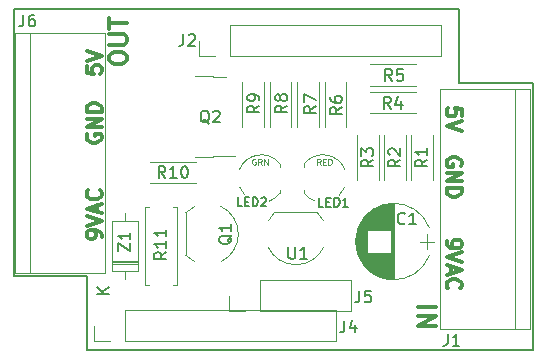
<source format=gto>
G04 #@! TF.GenerationSoftware,KiCad,Pcbnew,7.0.8*
G04 #@! TF.CreationDate,2023-10-20T02:31:35-04:00*
G04 #@! TF.ProjectId,C64Saver2,43363453-6176-4657-9232-2e6b69636164,2.6*
G04 #@! TF.SameCoordinates,Original*
G04 #@! TF.FileFunction,Legend,Top*
G04 #@! TF.FilePolarity,Positive*
%FSLAX46Y46*%
G04 Gerber Fmt 4.6, Leading zero omitted, Abs format (unit mm)*
G04 Created by KiCad (PCBNEW 7.0.8) date 2023-10-20 02:31:35*
%MOMM*%
%LPD*%
G01*
G04 APERTURE LIST*
%ADD10C,0.300000*%
%ADD11C,0.125000*%
%ADD12C,0.150000*%
%ADD13C,0.120000*%
G04 #@! TA.AperFunction,Profile*
%ADD14C,0.150000*%
G04 #@! TD*
G04 APERTURE END LIST*
D10*
X146632673Y-88503094D02*
X146632673Y-89098332D01*
X146632673Y-89098332D02*
X147227911Y-89157856D01*
X147227911Y-89157856D02*
X147168388Y-89098332D01*
X147168388Y-89098332D02*
X147108864Y-88979285D01*
X147108864Y-88979285D02*
X147108864Y-88681666D01*
X147108864Y-88681666D02*
X147168388Y-88562618D01*
X147168388Y-88562618D02*
X147227911Y-88503094D01*
X147227911Y-88503094D02*
X147346959Y-88443571D01*
X147346959Y-88443571D02*
X147644578Y-88443571D01*
X147644578Y-88443571D02*
X147763626Y-88503094D01*
X147763626Y-88503094D02*
X147823150Y-88562618D01*
X147823150Y-88562618D02*
X147882673Y-88681666D01*
X147882673Y-88681666D02*
X147882673Y-88979285D01*
X147882673Y-88979285D02*
X147823150Y-89098332D01*
X147823150Y-89098332D02*
X147763626Y-89157856D01*
X146632673Y-88086428D02*
X147882673Y-87669761D01*
X147882673Y-87669761D02*
X146632673Y-87253095D01*
X146692197Y-94297381D02*
X146632673Y-94416428D01*
X146632673Y-94416428D02*
X146632673Y-94595000D01*
X146632673Y-94595000D02*
X146692197Y-94773571D01*
X146692197Y-94773571D02*
X146811245Y-94892619D01*
X146811245Y-94892619D02*
X146930292Y-94952142D01*
X146930292Y-94952142D02*
X147168388Y-95011666D01*
X147168388Y-95011666D02*
X147346959Y-95011666D01*
X147346959Y-95011666D02*
X147585054Y-94952142D01*
X147585054Y-94952142D02*
X147704102Y-94892619D01*
X147704102Y-94892619D02*
X147823150Y-94773571D01*
X147823150Y-94773571D02*
X147882673Y-94595000D01*
X147882673Y-94595000D02*
X147882673Y-94475952D01*
X147882673Y-94475952D02*
X147823150Y-94297381D01*
X147823150Y-94297381D02*
X147763626Y-94237857D01*
X147763626Y-94237857D02*
X147346959Y-94237857D01*
X147346959Y-94237857D02*
X147346959Y-94475952D01*
X147882673Y-93702142D02*
X146632673Y-93702142D01*
X146632673Y-93702142D02*
X147882673Y-92987857D01*
X147882673Y-92987857D02*
X146632673Y-92987857D01*
X147882673Y-92392618D02*
X146632673Y-92392618D01*
X146632673Y-92392618D02*
X146632673Y-92094999D01*
X146632673Y-92094999D02*
X146692197Y-91916428D01*
X146692197Y-91916428D02*
X146811245Y-91797380D01*
X146811245Y-91797380D02*
X146930292Y-91737857D01*
X146930292Y-91737857D02*
X147168388Y-91678333D01*
X147168388Y-91678333D02*
X147346959Y-91678333D01*
X147346959Y-91678333D02*
X147585054Y-91737857D01*
X147585054Y-91737857D02*
X147704102Y-91797380D01*
X147704102Y-91797380D02*
X147823150Y-91916428D01*
X147823150Y-91916428D02*
X147882673Y-92094999D01*
X147882673Y-92094999D02*
X147882673Y-92392618D01*
X147882673Y-103026524D02*
X147882673Y-102788428D01*
X147882673Y-102788428D02*
X147823150Y-102669381D01*
X147823150Y-102669381D02*
X147763626Y-102609857D01*
X147763626Y-102609857D02*
X147585054Y-102490809D01*
X147585054Y-102490809D02*
X147346959Y-102431286D01*
X147346959Y-102431286D02*
X146870769Y-102431286D01*
X146870769Y-102431286D02*
X146751721Y-102490809D01*
X146751721Y-102490809D02*
X146692197Y-102550333D01*
X146692197Y-102550333D02*
X146632673Y-102669381D01*
X146632673Y-102669381D02*
X146632673Y-102907476D01*
X146632673Y-102907476D02*
X146692197Y-103026524D01*
X146692197Y-103026524D02*
X146751721Y-103086047D01*
X146751721Y-103086047D02*
X146870769Y-103145571D01*
X146870769Y-103145571D02*
X147168388Y-103145571D01*
X147168388Y-103145571D02*
X147287435Y-103086047D01*
X147287435Y-103086047D02*
X147346959Y-103026524D01*
X147346959Y-103026524D02*
X147406483Y-102907476D01*
X147406483Y-102907476D02*
X147406483Y-102669381D01*
X147406483Y-102669381D02*
X147346959Y-102550333D01*
X147346959Y-102550333D02*
X147287435Y-102490809D01*
X147287435Y-102490809D02*
X147168388Y-102431286D01*
X146632673Y-102074143D02*
X147882673Y-101657476D01*
X147882673Y-101657476D02*
X146632673Y-101240810D01*
X147525530Y-100883666D02*
X147525530Y-100288428D01*
X147882673Y-101002714D02*
X146632673Y-100586047D01*
X146632673Y-100586047D02*
X147882673Y-100169381D01*
X147763626Y-99038428D02*
X147823150Y-99097952D01*
X147823150Y-99097952D02*
X147882673Y-99276523D01*
X147882673Y-99276523D02*
X147882673Y-99395571D01*
X147882673Y-99395571D02*
X147823150Y-99574142D01*
X147823150Y-99574142D02*
X147704102Y-99693190D01*
X147704102Y-99693190D02*
X147585054Y-99752713D01*
X147585054Y-99752713D02*
X147346959Y-99812237D01*
X147346959Y-99812237D02*
X147168388Y-99812237D01*
X147168388Y-99812237D02*
X146930292Y-99752713D01*
X146930292Y-99752713D02*
X146811245Y-99693190D01*
X146811245Y-99693190D02*
X146692197Y-99574142D01*
X146692197Y-99574142D02*
X146632673Y-99395571D01*
X146632673Y-99395571D02*
X146632673Y-99276523D01*
X146632673Y-99276523D02*
X146692197Y-99097952D01*
X146692197Y-99097952D02*
X146751721Y-99038428D01*
D11*
X166429571Y-96871809D02*
X166262905Y-96633714D01*
X166143857Y-96871809D02*
X166143857Y-96371809D01*
X166143857Y-96371809D02*
X166334333Y-96371809D01*
X166334333Y-96371809D02*
X166381952Y-96395619D01*
X166381952Y-96395619D02*
X166405762Y-96419428D01*
X166405762Y-96419428D02*
X166429571Y-96467047D01*
X166429571Y-96467047D02*
X166429571Y-96538476D01*
X166429571Y-96538476D02*
X166405762Y-96586095D01*
X166405762Y-96586095D02*
X166381952Y-96609904D01*
X166381952Y-96609904D02*
X166334333Y-96633714D01*
X166334333Y-96633714D02*
X166143857Y-96633714D01*
X166643857Y-96609904D02*
X166810524Y-96609904D01*
X166881952Y-96871809D02*
X166643857Y-96871809D01*
X166643857Y-96871809D02*
X166643857Y-96371809D01*
X166643857Y-96371809D02*
X166881952Y-96371809D01*
X167096238Y-96871809D02*
X167096238Y-96371809D01*
X167096238Y-96371809D02*
X167215286Y-96371809D01*
X167215286Y-96371809D02*
X167286714Y-96395619D01*
X167286714Y-96395619D02*
X167334333Y-96443238D01*
X167334333Y-96443238D02*
X167358143Y-96490857D01*
X167358143Y-96490857D02*
X167381952Y-96586095D01*
X167381952Y-96586095D02*
X167381952Y-96657523D01*
X167381952Y-96657523D02*
X167358143Y-96752761D01*
X167358143Y-96752761D02*
X167334333Y-96800380D01*
X167334333Y-96800380D02*
X167286714Y-96848000D01*
X167286714Y-96848000D02*
X167215286Y-96871809D01*
X167215286Y-96871809D02*
X167096238Y-96871809D01*
D10*
X148530328Y-87986999D02*
X148530328Y-87701285D01*
X148530328Y-87701285D02*
X148601757Y-87558428D01*
X148601757Y-87558428D02*
X148744614Y-87415571D01*
X148744614Y-87415571D02*
X149030328Y-87344142D01*
X149030328Y-87344142D02*
X149530328Y-87344142D01*
X149530328Y-87344142D02*
X149816042Y-87415571D01*
X149816042Y-87415571D02*
X149958900Y-87558428D01*
X149958900Y-87558428D02*
X150030328Y-87701285D01*
X150030328Y-87701285D02*
X150030328Y-87986999D01*
X150030328Y-87986999D02*
X149958900Y-88129857D01*
X149958900Y-88129857D02*
X149816042Y-88272714D01*
X149816042Y-88272714D02*
X149530328Y-88344142D01*
X149530328Y-88344142D02*
X149030328Y-88344142D01*
X149030328Y-88344142D02*
X148744614Y-88272714D01*
X148744614Y-88272714D02*
X148601757Y-88129857D01*
X148601757Y-88129857D02*
X148530328Y-87986999D01*
X148530328Y-86701285D02*
X149744614Y-86701285D01*
X149744614Y-86701285D02*
X149887471Y-86629856D01*
X149887471Y-86629856D02*
X149958900Y-86558428D01*
X149958900Y-86558428D02*
X150030328Y-86415570D01*
X150030328Y-86415570D02*
X150030328Y-86129856D01*
X150030328Y-86129856D02*
X149958900Y-85986999D01*
X149958900Y-85986999D02*
X149887471Y-85915570D01*
X149887471Y-85915570D02*
X149744614Y-85844142D01*
X149744614Y-85844142D02*
X148530328Y-85844142D01*
X148530328Y-85344141D02*
X148530328Y-84486999D01*
X150030328Y-84915570D02*
X148530328Y-84915570D01*
X174708671Y-108942285D02*
X176208671Y-108942285D01*
X174708671Y-109656571D02*
X176208671Y-109656571D01*
X176208671Y-109656571D02*
X174708671Y-110513714D01*
X174708671Y-110513714D02*
X176208671Y-110513714D01*
X178300802Y-96964618D02*
X178360326Y-96845571D01*
X178360326Y-96845571D02*
X178360326Y-96666999D01*
X178360326Y-96666999D02*
X178300802Y-96488428D01*
X178300802Y-96488428D02*
X178181754Y-96369380D01*
X178181754Y-96369380D02*
X178062707Y-96309857D01*
X178062707Y-96309857D02*
X177824611Y-96250333D01*
X177824611Y-96250333D02*
X177646040Y-96250333D01*
X177646040Y-96250333D02*
X177407945Y-96309857D01*
X177407945Y-96309857D02*
X177288897Y-96369380D01*
X177288897Y-96369380D02*
X177169850Y-96488428D01*
X177169850Y-96488428D02*
X177110326Y-96666999D01*
X177110326Y-96666999D02*
X177110326Y-96786047D01*
X177110326Y-96786047D02*
X177169850Y-96964618D01*
X177169850Y-96964618D02*
X177229373Y-97024142D01*
X177229373Y-97024142D02*
X177646040Y-97024142D01*
X177646040Y-97024142D02*
X177646040Y-96786047D01*
X177110326Y-97559857D02*
X178360326Y-97559857D01*
X178360326Y-97559857D02*
X177110326Y-98274142D01*
X177110326Y-98274142D02*
X178360326Y-98274142D01*
X177110326Y-98869381D02*
X178360326Y-98869381D01*
X178360326Y-98869381D02*
X178360326Y-99167000D01*
X178360326Y-99167000D02*
X178300802Y-99345571D01*
X178300802Y-99345571D02*
X178181754Y-99464619D01*
X178181754Y-99464619D02*
X178062707Y-99524142D01*
X178062707Y-99524142D02*
X177824611Y-99583666D01*
X177824611Y-99583666D02*
X177646040Y-99583666D01*
X177646040Y-99583666D02*
X177407945Y-99524142D01*
X177407945Y-99524142D02*
X177288897Y-99464619D01*
X177288897Y-99464619D02*
X177169850Y-99345571D01*
X177169850Y-99345571D02*
X177110326Y-99167000D01*
X177110326Y-99167000D02*
X177110326Y-98869381D01*
D11*
X160909047Y-96395619D02*
X160861428Y-96371809D01*
X160861428Y-96371809D02*
X160789999Y-96371809D01*
X160789999Y-96371809D02*
X160718571Y-96395619D01*
X160718571Y-96395619D02*
X160670952Y-96443238D01*
X160670952Y-96443238D02*
X160647142Y-96490857D01*
X160647142Y-96490857D02*
X160623333Y-96586095D01*
X160623333Y-96586095D02*
X160623333Y-96657523D01*
X160623333Y-96657523D02*
X160647142Y-96752761D01*
X160647142Y-96752761D02*
X160670952Y-96800380D01*
X160670952Y-96800380D02*
X160718571Y-96848000D01*
X160718571Y-96848000D02*
X160789999Y-96871809D01*
X160789999Y-96871809D02*
X160837618Y-96871809D01*
X160837618Y-96871809D02*
X160909047Y-96848000D01*
X160909047Y-96848000D02*
X160932856Y-96824190D01*
X160932856Y-96824190D02*
X160932856Y-96657523D01*
X160932856Y-96657523D02*
X160837618Y-96657523D01*
X161432856Y-96871809D02*
X161266190Y-96633714D01*
X161147142Y-96871809D02*
X161147142Y-96371809D01*
X161147142Y-96371809D02*
X161337618Y-96371809D01*
X161337618Y-96371809D02*
X161385237Y-96395619D01*
X161385237Y-96395619D02*
X161409047Y-96419428D01*
X161409047Y-96419428D02*
X161432856Y-96467047D01*
X161432856Y-96467047D02*
X161432856Y-96538476D01*
X161432856Y-96538476D02*
X161409047Y-96586095D01*
X161409047Y-96586095D02*
X161385237Y-96609904D01*
X161385237Y-96609904D02*
X161337618Y-96633714D01*
X161337618Y-96633714D02*
X161147142Y-96633714D01*
X161647142Y-96871809D02*
X161647142Y-96371809D01*
X161647142Y-96371809D02*
X161932856Y-96871809D01*
X161932856Y-96871809D02*
X161932856Y-96371809D01*
D10*
X177110326Y-103348475D02*
X177110326Y-103586571D01*
X177110326Y-103586571D02*
X177169850Y-103705618D01*
X177169850Y-103705618D02*
X177229373Y-103765142D01*
X177229373Y-103765142D02*
X177407945Y-103884190D01*
X177407945Y-103884190D02*
X177646040Y-103943713D01*
X177646040Y-103943713D02*
X178122230Y-103943713D01*
X178122230Y-103943713D02*
X178241278Y-103884190D01*
X178241278Y-103884190D02*
X178300802Y-103824666D01*
X178300802Y-103824666D02*
X178360326Y-103705618D01*
X178360326Y-103705618D02*
X178360326Y-103467523D01*
X178360326Y-103467523D02*
X178300802Y-103348475D01*
X178300802Y-103348475D02*
X178241278Y-103288952D01*
X178241278Y-103288952D02*
X178122230Y-103229428D01*
X178122230Y-103229428D02*
X177824611Y-103229428D01*
X177824611Y-103229428D02*
X177705564Y-103288952D01*
X177705564Y-103288952D02*
X177646040Y-103348475D01*
X177646040Y-103348475D02*
X177586516Y-103467523D01*
X177586516Y-103467523D02*
X177586516Y-103705618D01*
X177586516Y-103705618D02*
X177646040Y-103824666D01*
X177646040Y-103824666D02*
X177705564Y-103884190D01*
X177705564Y-103884190D02*
X177824611Y-103943713D01*
X178360326Y-104300856D02*
X177110326Y-104717523D01*
X177110326Y-104717523D02*
X178360326Y-105134189D01*
X177467469Y-105491333D02*
X177467469Y-106086571D01*
X177110326Y-105372285D02*
X178360326Y-105788952D01*
X178360326Y-105788952D02*
X177110326Y-106205618D01*
X177229373Y-107336571D02*
X177169850Y-107277047D01*
X177169850Y-107277047D02*
X177110326Y-107098476D01*
X177110326Y-107098476D02*
X177110326Y-106979428D01*
X177110326Y-106979428D02*
X177169850Y-106800857D01*
X177169850Y-106800857D02*
X177288897Y-106681809D01*
X177288897Y-106681809D02*
X177407945Y-106622286D01*
X177407945Y-106622286D02*
X177646040Y-106562762D01*
X177646040Y-106562762D02*
X177824611Y-106562762D01*
X177824611Y-106562762D02*
X178062707Y-106622286D01*
X178062707Y-106622286D02*
X178181754Y-106681809D01*
X178181754Y-106681809D02*
X178300802Y-106800857D01*
X178300802Y-106800857D02*
X178360326Y-106979428D01*
X178360326Y-106979428D02*
X178360326Y-107098476D01*
X178360326Y-107098476D02*
X178300802Y-107277047D01*
X178300802Y-107277047D02*
X178241278Y-107336571D01*
X178360326Y-92725905D02*
X178360326Y-92130667D01*
X178360326Y-92130667D02*
X177765088Y-92071143D01*
X177765088Y-92071143D02*
X177824611Y-92130667D01*
X177824611Y-92130667D02*
X177884135Y-92249714D01*
X177884135Y-92249714D02*
X177884135Y-92547333D01*
X177884135Y-92547333D02*
X177824611Y-92666381D01*
X177824611Y-92666381D02*
X177765088Y-92725905D01*
X177765088Y-92725905D02*
X177646040Y-92785428D01*
X177646040Y-92785428D02*
X177348421Y-92785428D01*
X177348421Y-92785428D02*
X177229373Y-92725905D01*
X177229373Y-92725905D02*
X177169850Y-92666381D01*
X177169850Y-92666381D02*
X177110326Y-92547333D01*
X177110326Y-92547333D02*
X177110326Y-92249714D01*
X177110326Y-92249714D02*
X177169850Y-92130667D01*
X177169850Y-92130667D02*
X177229373Y-92071143D01*
X178360326Y-93142571D02*
X177110326Y-93559238D01*
X177110326Y-93559238D02*
X178360326Y-93975904D01*
D12*
X141271666Y-84163819D02*
X141271666Y-84878104D01*
X141271666Y-84878104D02*
X141224047Y-85020961D01*
X141224047Y-85020961D02*
X141128809Y-85116200D01*
X141128809Y-85116200D02*
X140985952Y-85163819D01*
X140985952Y-85163819D02*
X140890714Y-85163819D01*
X142176428Y-84163819D02*
X141985952Y-84163819D01*
X141985952Y-84163819D02*
X141890714Y-84211438D01*
X141890714Y-84211438D02*
X141843095Y-84259057D01*
X141843095Y-84259057D02*
X141747857Y-84401914D01*
X141747857Y-84401914D02*
X141700238Y-84592390D01*
X141700238Y-84592390D02*
X141700238Y-84973342D01*
X141700238Y-84973342D02*
X141747857Y-85068580D01*
X141747857Y-85068580D02*
X141795476Y-85116200D01*
X141795476Y-85116200D02*
X141890714Y-85163819D01*
X141890714Y-85163819D02*
X142081190Y-85163819D01*
X142081190Y-85163819D02*
X142176428Y-85116200D01*
X142176428Y-85116200D02*
X142224047Y-85068580D01*
X142224047Y-85068580D02*
X142271666Y-84973342D01*
X142271666Y-84973342D02*
X142271666Y-84735247D01*
X142271666Y-84735247D02*
X142224047Y-84640009D01*
X142224047Y-84640009D02*
X142176428Y-84592390D01*
X142176428Y-84592390D02*
X142081190Y-84544771D01*
X142081190Y-84544771D02*
X141890714Y-84544771D01*
X141890714Y-84544771D02*
X141795476Y-84592390D01*
X141795476Y-84592390D02*
X141747857Y-84640009D01*
X141747857Y-84640009D02*
X141700238Y-84735247D01*
X177184726Y-111214819D02*
X177184726Y-111929104D01*
X177184726Y-111929104D02*
X177137107Y-112071961D01*
X177137107Y-112071961D02*
X177041869Y-112167200D01*
X177041869Y-112167200D02*
X176899012Y-112214819D01*
X176899012Y-112214819D02*
X176803774Y-112214819D01*
X178184726Y-112214819D02*
X177613298Y-112214819D01*
X177899012Y-112214819D02*
X177899012Y-111214819D01*
X177899012Y-111214819D02*
X177803774Y-111357676D01*
X177803774Y-111357676D02*
X177708536Y-111452914D01*
X177708536Y-111452914D02*
X177613298Y-111500533D01*
X173569333Y-101832580D02*
X173521714Y-101880200D01*
X173521714Y-101880200D02*
X173378857Y-101927819D01*
X173378857Y-101927819D02*
X173283619Y-101927819D01*
X173283619Y-101927819D02*
X173140762Y-101880200D01*
X173140762Y-101880200D02*
X173045524Y-101784961D01*
X173045524Y-101784961D02*
X172997905Y-101689723D01*
X172997905Y-101689723D02*
X172950286Y-101499247D01*
X172950286Y-101499247D02*
X172950286Y-101356390D01*
X172950286Y-101356390D02*
X172997905Y-101165914D01*
X172997905Y-101165914D02*
X173045524Y-101070676D01*
X173045524Y-101070676D02*
X173140762Y-100975438D01*
X173140762Y-100975438D02*
X173283619Y-100927819D01*
X173283619Y-100927819D02*
X173378857Y-100927819D01*
X173378857Y-100927819D02*
X173521714Y-100975438D01*
X173521714Y-100975438D02*
X173569333Y-101023057D01*
X174521714Y-101927819D02*
X173950286Y-101927819D01*
X174236000Y-101927819D02*
X174236000Y-100927819D01*
X174236000Y-100927819D02*
X174140762Y-101070676D01*
X174140762Y-101070676D02*
X174045524Y-101165914D01*
X174045524Y-101165914D02*
X173950286Y-101213533D01*
X157003761Y-93387057D02*
X156908523Y-93339438D01*
X156908523Y-93339438D02*
X156813285Y-93244200D01*
X156813285Y-93244200D02*
X156670428Y-93101342D01*
X156670428Y-93101342D02*
X156575190Y-93053723D01*
X156575190Y-93053723D02*
X156479952Y-93053723D01*
X156527571Y-93291819D02*
X156432333Y-93244200D01*
X156432333Y-93244200D02*
X156337095Y-93148961D01*
X156337095Y-93148961D02*
X156289476Y-92958485D01*
X156289476Y-92958485D02*
X156289476Y-92625152D01*
X156289476Y-92625152D02*
X156337095Y-92434676D01*
X156337095Y-92434676D02*
X156432333Y-92339438D01*
X156432333Y-92339438D02*
X156527571Y-92291819D01*
X156527571Y-92291819D02*
X156718047Y-92291819D01*
X156718047Y-92291819D02*
X156813285Y-92339438D01*
X156813285Y-92339438D02*
X156908523Y-92434676D01*
X156908523Y-92434676D02*
X156956142Y-92625152D01*
X156956142Y-92625152D02*
X156956142Y-92958485D01*
X156956142Y-92958485D02*
X156908523Y-93148961D01*
X156908523Y-93148961D02*
X156813285Y-93244200D01*
X156813285Y-93244200D02*
X156718047Y-93291819D01*
X156718047Y-93291819D02*
X156527571Y-93291819D01*
X157337095Y-92387057D02*
X157384714Y-92339438D01*
X157384714Y-92339438D02*
X157479952Y-92291819D01*
X157479952Y-92291819D02*
X157718047Y-92291819D01*
X157718047Y-92291819D02*
X157813285Y-92339438D01*
X157813285Y-92339438D02*
X157860904Y-92387057D01*
X157860904Y-92387057D02*
X157908523Y-92482295D01*
X157908523Y-92482295D02*
X157908523Y-92577533D01*
X157908523Y-92577533D02*
X157860904Y-92720390D01*
X157860904Y-92720390D02*
X157289476Y-93291819D01*
X157289476Y-93291819D02*
X157908523Y-93291819D01*
X154816666Y-85814819D02*
X154816666Y-86529104D01*
X154816666Y-86529104D02*
X154769047Y-86671961D01*
X154769047Y-86671961D02*
X154673809Y-86767200D01*
X154673809Y-86767200D02*
X154530952Y-86814819D01*
X154530952Y-86814819D02*
X154435714Y-86814819D01*
X155245238Y-85910057D02*
X155292857Y-85862438D01*
X155292857Y-85862438D02*
X155388095Y-85814819D01*
X155388095Y-85814819D02*
X155626190Y-85814819D01*
X155626190Y-85814819D02*
X155721428Y-85862438D01*
X155721428Y-85862438D02*
X155769047Y-85910057D01*
X155769047Y-85910057D02*
X155816666Y-86005295D01*
X155816666Y-86005295D02*
X155816666Y-86100533D01*
X155816666Y-86100533D02*
X155769047Y-86243390D01*
X155769047Y-86243390D02*
X155197619Y-86814819D01*
X155197619Y-86814819D02*
X155816666Y-86814819D01*
X168449666Y-110071819D02*
X168449666Y-110786104D01*
X168449666Y-110786104D02*
X168402047Y-110928961D01*
X168402047Y-110928961D02*
X168306809Y-111024200D01*
X168306809Y-111024200D02*
X168163952Y-111071819D01*
X168163952Y-111071819D02*
X168068714Y-111071819D01*
X169354428Y-110405152D02*
X169354428Y-111071819D01*
X169116333Y-110024200D02*
X168878238Y-110738485D01*
X168878238Y-110738485D02*
X169497285Y-110738485D01*
X169719666Y-107531819D02*
X169719666Y-108246104D01*
X169719666Y-108246104D02*
X169672047Y-108388961D01*
X169672047Y-108388961D02*
X169576809Y-108484200D01*
X169576809Y-108484200D02*
X169433952Y-108531819D01*
X169433952Y-108531819D02*
X169338714Y-108531819D01*
X170672047Y-107531819D02*
X170195857Y-107531819D01*
X170195857Y-107531819D02*
X170148238Y-108008009D01*
X170148238Y-108008009D02*
X170195857Y-107960390D01*
X170195857Y-107960390D02*
X170291095Y-107912771D01*
X170291095Y-107912771D02*
X170529190Y-107912771D01*
X170529190Y-107912771D02*
X170624428Y-107960390D01*
X170624428Y-107960390D02*
X170672047Y-108008009D01*
X170672047Y-108008009D02*
X170719666Y-108103247D01*
X170719666Y-108103247D02*
X170719666Y-108341342D01*
X170719666Y-108341342D02*
X170672047Y-108436580D01*
X170672047Y-108436580D02*
X170624428Y-108484200D01*
X170624428Y-108484200D02*
X170529190Y-108531819D01*
X170529190Y-108531819D02*
X170291095Y-108531819D01*
X170291095Y-108531819D02*
X170195857Y-108484200D01*
X170195857Y-108484200D02*
X170148238Y-108436580D01*
X170888819Y-96432666D02*
X170412628Y-96765999D01*
X170888819Y-97004094D02*
X169888819Y-97004094D01*
X169888819Y-97004094D02*
X169888819Y-96623142D01*
X169888819Y-96623142D02*
X169936438Y-96527904D01*
X169936438Y-96527904D02*
X169984057Y-96480285D01*
X169984057Y-96480285D02*
X170079295Y-96432666D01*
X170079295Y-96432666D02*
X170222152Y-96432666D01*
X170222152Y-96432666D02*
X170317390Y-96480285D01*
X170317390Y-96480285D02*
X170365009Y-96527904D01*
X170365009Y-96527904D02*
X170412628Y-96623142D01*
X170412628Y-96623142D02*
X170412628Y-97004094D01*
X169888819Y-96099332D02*
X169888819Y-95480285D01*
X169888819Y-95480285D02*
X170269771Y-95813618D01*
X170269771Y-95813618D02*
X170269771Y-95670761D01*
X170269771Y-95670761D02*
X170317390Y-95575523D01*
X170317390Y-95575523D02*
X170365009Y-95527904D01*
X170365009Y-95527904D02*
X170460247Y-95480285D01*
X170460247Y-95480285D02*
X170698342Y-95480285D01*
X170698342Y-95480285D02*
X170793580Y-95527904D01*
X170793580Y-95527904D02*
X170841200Y-95575523D01*
X170841200Y-95575523D02*
X170888819Y-95670761D01*
X170888819Y-95670761D02*
X170888819Y-95956475D01*
X170888819Y-95956475D02*
X170841200Y-96051713D01*
X170841200Y-96051713D02*
X170793580Y-96099332D01*
X175460819Y-96432666D02*
X174984628Y-96765999D01*
X175460819Y-97004094D02*
X174460819Y-97004094D01*
X174460819Y-97004094D02*
X174460819Y-96623142D01*
X174460819Y-96623142D02*
X174508438Y-96527904D01*
X174508438Y-96527904D02*
X174556057Y-96480285D01*
X174556057Y-96480285D02*
X174651295Y-96432666D01*
X174651295Y-96432666D02*
X174794152Y-96432666D01*
X174794152Y-96432666D02*
X174889390Y-96480285D01*
X174889390Y-96480285D02*
X174937009Y-96527904D01*
X174937009Y-96527904D02*
X174984628Y-96623142D01*
X174984628Y-96623142D02*
X174984628Y-97004094D01*
X175460819Y-95480285D02*
X175460819Y-96051713D01*
X175460819Y-95765999D02*
X174460819Y-95765999D01*
X174460819Y-95765999D02*
X174603676Y-95861237D01*
X174603676Y-95861237D02*
X174698914Y-95956475D01*
X174698914Y-95956475D02*
X174746533Y-96051713D01*
X168231012Y-91987666D02*
X167754821Y-92320999D01*
X168231012Y-92559094D02*
X167231012Y-92559094D01*
X167231012Y-92559094D02*
X167231012Y-92178142D01*
X167231012Y-92178142D02*
X167278631Y-92082904D01*
X167278631Y-92082904D02*
X167326250Y-92035285D01*
X167326250Y-92035285D02*
X167421488Y-91987666D01*
X167421488Y-91987666D02*
X167564345Y-91987666D01*
X167564345Y-91987666D02*
X167659583Y-92035285D01*
X167659583Y-92035285D02*
X167707202Y-92082904D01*
X167707202Y-92082904D02*
X167754821Y-92178142D01*
X167754821Y-92178142D02*
X167754821Y-92559094D01*
X167231012Y-91130523D02*
X167231012Y-91320999D01*
X167231012Y-91320999D02*
X167278631Y-91416237D01*
X167278631Y-91416237D02*
X167326250Y-91463856D01*
X167326250Y-91463856D02*
X167469107Y-91559094D01*
X167469107Y-91559094D02*
X167659583Y-91606713D01*
X167659583Y-91606713D02*
X168040535Y-91606713D01*
X168040535Y-91606713D02*
X168135773Y-91559094D01*
X168135773Y-91559094D02*
X168183393Y-91511475D01*
X168183393Y-91511475D02*
X168231012Y-91416237D01*
X168231012Y-91416237D02*
X168231012Y-91225761D01*
X168231012Y-91225761D02*
X168183393Y-91130523D01*
X168183393Y-91130523D02*
X168135773Y-91082904D01*
X168135773Y-91082904D02*
X168040535Y-91035285D01*
X168040535Y-91035285D02*
X167802440Y-91035285D01*
X167802440Y-91035285D02*
X167707202Y-91082904D01*
X167707202Y-91082904D02*
X167659583Y-91130523D01*
X167659583Y-91130523D02*
X167611964Y-91225761D01*
X167611964Y-91225761D02*
X167611964Y-91416237D01*
X167611964Y-91416237D02*
X167659583Y-91511475D01*
X167659583Y-91511475D02*
X167707202Y-91559094D01*
X167707202Y-91559094D02*
X167802440Y-91606713D01*
X163593616Y-91860666D02*
X163117425Y-92193999D01*
X163593616Y-92432094D02*
X162593616Y-92432094D01*
X162593616Y-92432094D02*
X162593616Y-92051142D01*
X162593616Y-92051142D02*
X162641235Y-91955904D01*
X162641235Y-91955904D02*
X162688854Y-91908285D01*
X162688854Y-91908285D02*
X162784092Y-91860666D01*
X162784092Y-91860666D02*
X162926949Y-91860666D01*
X162926949Y-91860666D02*
X163022187Y-91908285D01*
X163022187Y-91908285D02*
X163069806Y-91955904D01*
X163069806Y-91955904D02*
X163117425Y-92051142D01*
X163117425Y-92051142D02*
X163117425Y-92432094D01*
X163022187Y-91289237D02*
X162974568Y-91384475D01*
X162974568Y-91384475D02*
X162926949Y-91432094D01*
X162926949Y-91432094D02*
X162831711Y-91479713D01*
X162831711Y-91479713D02*
X162784092Y-91479713D01*
X162784092Y-91479713D02*
X162688854Y-91432094D01*
X162688854Y-91432094D02*
X162641235Y-91384475D01*
X162641235Y-91384475D02*
X162593616Y-91289237D01*
X162593616Y-91289237D02*
X162593616Y-91098761D01*
X162593616Y-91098761D02*
X162641235Y-91003523D01*
X162641235Y-91003523D02*
X162688854Y-90955904D01*
X162688854Y-90955904D02*
X162784092Y-90908285D01*
X162784092Y-90908285D02*
X162831711Y-90908285D01*
X162831711Y-90908285D02*
X162926949Y-90955904D01*
X162926949Y-90955904D02*
X162974568Y-91003523D01*
X162974568Y-91003523D02*
X163022187Y-91098761D01*
X163022187Y-91098761D02*
X163022187Y-91289237D01*
X163022187Y-91289237D02*
X163069806Y-91384475D01*
X163069806Y-91384475D02*
X163117425Y-91432094D01*
X163117425Y-91432094D02*
X163212663Y-91479713D01*
X163212663Y-91479713D02*
X163403139Y-91479713D01*
X163403139Y-91479713D02*
X163498377Y-91432094D01*
X163498377Y-91432094D02*
X163545997Y-91384475D01*
X163545997Y-91384475D02*
X163593616Y-91289237D01*
X163593616Y-91289237D02*
X163593616Y-91098761D01*
X163593616Y-91098761D02*
X163545997Y-91003523D01*
X163545997Y-91003523D02*
X163498377Y-90955904D01*
X163498377Y-90955904D02*
X163403139Y-90908285D01*
X163403139Y-90908285D02*
X163212663Y-90908285D01*
X163212663Y-90908285D02*
X163117425Y-90955904D01*
X163117425Y-90955904D02*
X163069806Y-91003523D01*
X163069806Y-91003523D02*
X163022187Y-91098761D01*
X172377154Y-92126775D02*
X172043821Y-91650584D01*
X171805726Y-92126775D02*
X171805726Y-91126775D01*
X171805726Y-91126775D02*
X172186678Y-91126775D01*
X172186678Y-91126775D02*
X172281916Y-91174394D01*
X172281916Y-91174394D02*
X172329535Y-91222013D01*
X172329535Y-91222013D02*
X172377154Y-91317251D01*
X172377154Y-91317251D02*
X172377154Y-91460108D01*
X172377154Y-91460108D02*
X172329535Y-91555346D01*
X172329535Y-91555346D02*
X172281916Y-91602965D01*
X172281916Y-91602965D02*
X172186678Y-91650584D01*
X172186678Y-91650584D02*
X171805726Y-91650584D01*
X173234297Y-91460108D02*
X173234297Y-92126775D01*
X172996202Y-91079156D02*
X172758107Y-91793441D01*
X172758107Y-91793441D02*
X173377154Y-91793441D01*
X161236819Y-91860666D02*
X160760628Y-92193999D01*
X161236819Y-92432094D02*
X160236819Y-92432094D01*
X160236819Y-92432094D02*
X160236819Y-92051142D01*
X160236819Y-92051142D02*
X160284438Y-91955904D01*
X160284438Y-91955904D02*
X160332057Y-91908285D01*
X160332057Y-91908285D02*
X160427295Y-91860666D01*
X160427295Y-91860666D02*
X160570152Y-91860666D01*
X160570152Y-91860666D02*
X160665390Y-91908285D01*
X160665390Y-91908285D02*
X160713009Y-91955904D01*
X160713009Y-91955904D02*
X160760628Y-92051142D01*
X160760628Y-92051142D02*
X160760628Y-92432094D01*
X161236819Y-91384475D02*
X161236819Y-91193999D01*
X161236819Y-91193999D02*
X161189200Y-91098761D01*
X161189200Y-91098761D02*
X161141580Y-91051142D01*
X161141580Y-91051142D02*
X160998723Y-90955904D01*
X160998723Y-90955904D02*
X160808247Y-90908285D01*
X160808247Y-90908285D02*
X160427295Y-90908285D01*
X160427295Y-90908285D02*
X160332057Y-90955904D01*
X160332057Y-90955904D02*
X160284438Y-91003523D01*
X160284438Y-91003523D02*
X160236819Y-91098761D01*
X160236819Y-91098761D02*
X160236819Y-91289237D01*
X160236819Y-91289237D02*
X160284438Y-91384475D01*
X160284438Y-91384475D02*
X160332057Y-91432094D01*
X160332057Y-91432094D02*
X160427295Y-91479713D01*
X160427295Y-91479713D02*
X160665390Y-91479713D01*
X160665390Y-91479713D02*
X160760628Y-91432094D01*
X160760628Y-91432094D02*
X160808247Y-91384475D01*
X160808247Y-91384475D02*
X160855866Y-91289237D01*
X160855866Y-91289237D02*
X160855866Y-91098761D01*
X160855866Y-91098761D02*
X160808247Y-91003523D01*
X160808247Y-91003523D02*
X160760628Y-90955904D01*
X160760628Y-90955904D02*
X160665390Y-90908285D01*
X153362819Y-104274857D02*
X152886628Y-104608190D01*
X153362819Y-104846285D02*
X152362819Y-104846285D01*
X152362819Y-104846285D02*
X152362819Y-104465333D01*
X152362819Y-104465333D02*
X152410438Y-104370095D01*
X152410438Y-104370095D02*
X152458057Y-104322476D01*
X152458057Y-104322476D02*
X152553295Y-104274857D01*
X152553295Y-104274857D02*
X152696152Y-104274857D01*
X152696152Y-104274857D02*
X152791390Y-104322476D01*
X152791390Y-104322476D02*
X152839009Y-104370095D01*
X152839009Y-104370095D02*
X152886628Y-104465333D01*
X152886628Y-104465333D02*
X152886628Y-104846285D01*
X153362819Y-103322476D02*
X153362819Y-103893904D01*
X153362819Y-103608190D02*
X152362819Y-103608190D01*
X152362819Y-103608190D02*
X152505676Y-103703428D01*
X152505676Y-103703428D02*
X152600914Y-103798666D01*
X152600914Y-103798666D02*
X152648533Y-103893904D01*
X153362819Y-102370095D02*
X153362819Y-102941523D01*
X153362819Y-102655809D02*
X152362819Y-102655809D01*
X152362819Y-102655809D02*
X152505676Y-102751047D01*
X152505676Y-102751047D02*
X152600914Y-102846285D01*
X152600914Y-102846285D02*
X152648533Y-102941523D01*
X166001213Y-91926866D02*
X165525022Y-92260199D01*
X166001213Y-92498294D02*
X165001213Y-92498294D01*
X165001213Y-92498294D02*
X165001213Y-92117342D01*
X165001213Y-92117342D02*
X165048832Y-92022104D01*
X165048832Y-92022104D02*
X165096451Y-91974485D01*
X165096451Y-91974485D02*
X165191689Y-91926866D01*
X165191689Y-91926866D02*
X165334546Y-91926866D01*
X165334546Y-91926866D02*
X165429784Y-91974485D01*
X165429784Y-91974485D02*
X165477403Y-92022104D01*
X165477403Y-92022104D02*
X165525022Y-92117342D01*
X165525022Y-92117342D02*
X165525022Y-92498294D01*
X165001213Y-91593532D02*
X165001213Y-90926866D01*
X165001213Y-90926866D02*
X166001213Y-91355437D01*
X158919057Y-102838238D02*
X158871438Y-102933476D01*
X158871438Y-102933476D02*
X158776200Y-103028714D01*
X158776200Y-103028714D02*
X158633342Y-103171571D01*
X158633342Y-103171571D02*
X158585723Y-103266809D01*
X158585723Y-103266809D02*
X158585723Y-103362047D01*
X158823819Y-103314428D02*
X158776200Y-103409666D01*
X158776200Y-103409666D02*
X158680961Y-103504904D01*
X158680961Y-103504904D02*
X158490485Y-103552523D01*
X158490485Y-103552523D02*
X158157152Y-103552523D01*
X158157152Y-103552523D02*
X157966676Y-103504904D01*
X157966676Y-103504904D02*
X157871438Y-103409666D01*
X157871438Y-103409666D02*
X157823819Y-103314428D01*
X157823819Y-103314428D02*
X157823819Y-103123952D01*
X157823819Y-103123952D02*
X157871438Y-103028714D01*
X157871438Y-103028714D02*
X157966676Y-102933476D01*
X157966676Y-102933476D02*
X158157152Y-102885857D01*
X158157152Y-102885857D02*
X158490485Y-102885857D01*
X158490485Y-102885857D02*
X158680961Y-102933476D01*
X158680961Y-102933476D02*
X158776200Y-103028714D01*
X158776200Y-103028714D02*
X158823819Y-103123952D01*
X158823819Y-103123952D02*
X158823819Y-103314428D01*
X158823819Y-101933476D02*
X158823819Y-102504904D01*
X158823819Y-102219190D02*
X157823819Y-102219190D01*
X157823819Y-102219190D02*
X157966676Y-102314428D01*
X157966676Y-102314428D02*
X158061914Y-102409666D01*
X158061914Y-102409666D02*
X158109533Y-102504904D01*
X159760610Y-100381191D02*
X159403467Y-100381191D01*
X159403467Y-100381191D02*
X159403467Y-99631191D01*
X160010610Y-99988334D02*
X160260610Y-99988334D01*
X160367753Y-100381191D02*
X160010610Y-100381191D01*
X160010610Y-100381191D02*
X160010610Y-99631191D01*
X160010610Y-99631191D02*
X160367753Y-99631191D01*
X160689181Y-100381191D02*
X160689181Y-99631191D01*
X160689181Y-99631191D02*
X160867752Y-99631191D01*
X160867752Y-99631191D02*
X160974895Y-99666905D01*
X160974895Y-99666905D02*
X161046324Y-99738334D01*
X161046324Y-99738334D02*
X161082038Y-99809762D01*
X161082038Y-99809762D02*
X161117752Y-99952619D01*
X161117752Y-99952619D02*
X161117752Y-100059762D01*
X161117752Y-100059762D02*
X161082038Y-100202619D01*
X161082038Y-100202619D02*
X161046324Y-100274048D01*
X161046324Y-100274048D02*
X160974895Y-100345477D01*
X160974895Y-100345477D02*
X160867752Y-100381191D01*
X160867752Y-100381191D02*
X160689181Y-100381191D01*
X161403467Y-99702619D02*
X161439181Y-99666905D01*
X161439181Y-99666905D02*
X161510610Y-99631191D01*
X161510610Y-99631191D02*
X161689181Y-99631191D01*
X161689181Y-99631191D02*
X161760610Y-99666905D01*
X161760610Y-99666905D02*
X161796324Y-99702619D01*
X161796324Y-99702619D02*
X161832038Y-99774048D01*
X161832038Y-99774048D02*
X161832038Y-99845477D01*
X161832038Y-99845477D02*
X161796324Y-99952619D01*
X161796324Y-99952619D02*
X161367752Y-100381191D01*
X161367752Y-100381191D02*
X161832038Y-100381191D01*
X166673714Y-100415164D02*
X166316571Y-100415164D01*
X166316571Y-100415164D02*
X166316571Y-99665164D01*
X166923714Y-100022307D02*
X167173714Y-100022307D01*
X167280857Y-100415164D02*
X166923714Y-100415164D01*
X166923714Y-100415164D02*
X166923714Y-99665164D01*
X166923714Y-99665164D02*
X167280857Y-99665164D01*
X167602285Y-100415164D02*
X167602285Y-99665164D01*
X167602285Y-99665164D02*
X167780856Y-99665164D01*
X167780856Y-99665164D02*
X167887999Y-99700878D01*
X167887999Y-99700878D02*
X167959428Y-99772307D01*
X167959428Y-99772307D02*
X167995142Y-99843735D01*
X167995142Y-99843735D02*
X168030856Y-99986592D01*
X168030856Y-99986592D02*
X168030856Y-100093735D01*
X168030856Y-100093735D02*
X167995142Y-100236592D01*
X167995142Y-100236592D02*
X167959428Y-100308021D01*
X167959428Y-100308021D02*
X167887999Y-100379450D01*
X167887999Y-100379450D02*
X167780856Y-100415164D01*
X167780856Y-100415164D02*
X167602285Y-100415164D01*
X168745142Y-100415164D02*
X168316571Y-100415164D01*
X168530856Y-100415164D02*
X168530856Y-99665164D01*
X168530856Y-99665164D02*
X168459428Y-99772307D01*
X168459428Y-99772307D02*
X168387999Y-99843735D01*
X168387999Y-99843735D02*
X168316571Y-99879450D01*
X153281142Y-97990819D02*
X152947809Y-97514628D01*
X152709714Y-97990819D02*
X152709714Y-96990819D01*
X152709714Y-96990819D02*
X153090666Y-96990819D01*
X153090666Y-96990819D02*
X153185904Y-97038438D01*
X153185904Y-97038438D02*
X153233523Y-97086057D01*
X153233523Y-97086057D02*
X153281142Y-97181295D01*
X153281142Y-97181295D02*
X153281142Y-97324152D01*
X153281142Y-97324152D02*
X153233523Y-97419390D01*
X153233523Y-97419390D02*
X153185904Y-97467009D01*
X153185904Y-97467009D02*
X153090666Y-97514628D01*
X153090666Y-97514628D02*
X152709714Y-97514628D01*
X154233523Y-97990819D02*
X153662095Y-97990819D01*
X153947809Y-97990819D02*
X153947809Y-96990819D01*
X153947809Y-96990819D02*
X153852571Y-97133676D01*
X153852571Y-97133676D02*
X153757333Y-97228914D01*
X153757333Y-97228914D02*
X153662095Y-97276533D01*
X154852571Y-96990819D02*
X154947809Y-96990819D01*
X154947809Y-96990819D02*
X155043047Y-97038438D01*
X155043047Y-97038438D02*
X155090666Y-97086057D01*
X155090666Y-97086057D02*
X155138285Y-97181295D01*
X155138285Y-97181295D02*
X155185904Y-97371771D01*
X155185904Y-97371771D02*
X155185904Y-97609866D01*
X155185904Y-97609866D02*
X155138285Y-97800342D01*
X155138285Y-97800342D02*
X155090666Y-97895580D01*
X155090666Y-97895580D02*
X155043047Y-97943200D01*
X155043047Y-97943200D02*
X154947809Y-97990819D01*
X154947809Y-97990819D02*
X154852571Y-97990819D01*
X154852571Y-97990819D02*
X154757333Y-97943200D01*
X154757333Y-97943200D02*
X154709714Y-97895580D01*
X154709714Y-97895580D02*
X154662095Y-97800342D01*
X154662095Y-97800342D02*
X154614476Y-97609866D01*
X154614476Y-97609866D02*
X154614476Y-97371771D01*
X154614476Y-97371771D02*
X154662095Y-97181295D01*
X154662095Y-97181295D02*
X154709714Y-97086057D01*
X154709714Y-97086057D02*
X154757333Y-97038438D01*
X154757333Y-97038438D02*
X154852571Y-96990819D01*
X173174819Y-96432666D02*
X172698628Y-96765999D01*
X173174819Y-97004094D02*
X172174819Y-97004094D01*
X172174819Y-97004094D02*
X172174819Y-96623142D01*
X172174819Y-96623142D02*
X172222438Y-96527904D01*
X172222438Y-96527904D02*
X172270057Y-96480285D01*
X172270057Y-96480285D02*
X172365295Y-96432666D01*
X172365295Y-96432666D02*
X172508152Y-96432666D01*
X172508152Y-96432666D02*
X172603390Y-96480285D01*
X172603390Y-96480285D02*
X172651009Y-96527904D01*
X172651009Y-96527904D02*
X172698628Y-96623142D01*
X172698628Y-96623142D02*
X172698628Y-97004094D01*
X172270057Y-96051713D02*
X172222438Y-96004094D01*
X172222438Y-96004094D02*
X172174819Y-95908856D01*
X172174819Y-95908856D02*
X172174819Y-95670761D01*
X172174819Y-95670761D02*
X172222438Y-95575523D01*
X172222438Y-95575523D02*
X172270057Y-95527904D01*
X172270057Y-95527904D02*
X172365295Y-95480285D01*
X172365295Y-95480285D02*
X172460533Y-95480285D01*
X172460533Y-95480285D02*
X172603390Y-95527904D01*
X172603390Y-95527904D02*
X173174819Y-96099332D01*
X173174819Y-96099332D02*
X173174819Y-95480285D01*
X172478754Y-89769800D02*
X172145421Y-89293609D01*
X171907326Y-89769800D02*
X171907326Y-88769800D01*
X171907326Y-88769800D02*
X172288278Y-88769800D01*
X172288278Y-88769800D02*
X172383516Y-88817419D01*
X172383516Y-88817419D02*
X172431135Y-88865038D01*
X172431135Y-88865038D02*
X172478754Y-88960276D01*
X172478754Y-88960276D02*
X172478754Y-89103133D01*
X172478754Y-89103133D02*
X172431135Y-89198371D01*
X172431135Y-89198371D02*
X172383516Y-89245990D01*
X172383516Y-89245990D02*
X172288278Y-89293609D01*
X172288278Y-89293609D02*
X171907326Y-89293609D01*
X173383516Y-88769800D02*
X172907326Y-88769800D01*
X172907326Y-88769800D02*
X172859707Y-89245990D01*
X172859707Y-89245990D02*
X172907326Y-89198371D01*
X172907326Y-89198371D02*
X173002564Y-89150752D01*
X173002564Y-89150752D02*
X173240659Y-89150752D01*
X173240659Y-89150752D02*
X173335897Y-89198371D01*
X173335897Y-89198371D02*
X173383516Y-89245990D01*
X173383516Y-89245990D02*
X173431135Y-89341228D01*
X173431135Y-89341228D02*
X173431135Y-89579323D01*
X173431135Y-89579323D02*
X173383516Y-89674561D01*
X173383516Y-89674561D02*
X173335897Y-89722181D01*
X173335897Y-89722181D02*
X173240659Y-89769800D01*
X173240659Y-89769800D02*
X173002564Y-89769800D01*
X173002564Y-89769800D02*
X172907326Y-89722181D01*
X172907326Y-89722181D02*
X172859707Y-89674561D01*
X149314819Y-104187523D02*
X149314819Y-103520857D01*
X149314819Y-103520857D02*
X150314819Y-104187523D01*
X150314819Y-104187523D02*
X150314819Y-103520857D01*
X150314819Y-102616095D02*
X150314819Y-103187523D01*
X150314819Y-102901809D02*
X149314819Y-102901809D01*
X149314819Y-102901809D02*
X149457676Y-102997047D01*
X149457676Y-102997047D02*
X149552914Y-103092285D01*
X149552914Y-103092285D02*
X149600533Y-103187523D01*
X148514819Y-107822408D02*
X147514819Y-107822408D01*
X148514819Y-107250980D02*
X147943390Y-107679551D01*
X147514819Y-107250980D02*
X148086247Y-107822408D01*
X163703095Y-103848819D02*
X163703095Y-104658342D01*
X163703095Y-104658342D02*
X163750714Y-104753580D01*
X163750714Y-104753580D02*
X163798333Y-104801200D01*
X163798333Y-104801200D02*
X163893571Y-104848819D01*
X163893571Y-104848819D02*
X164084047Y-104848819D01*
X164084047Y-104848819D02*
X164179285Y-104801200D01*
X164179285Y-104801200D02*
X164226904Y-104753580D01*
X164226904Y-104753580D02*
X164274523Y-104658342D01*
X164274523Y-104658342D02*
X164274523Y-103848819D01*
X165274523Y-104848819D02*
X164703095Y-104848819D01*
X164988809Y-104848819D02*
X164988809Y-103848819D01*
X164988809Y-103848819D02*
X164893571Y-103991676D01*
X164893571Y-103991676D02*
X164798333Y-104086914D01*
X164798333Y-104086914D02*
X164703095Y-104134533D01*
D13*
X148209000Y-85725000D02*
X140589000Y-85725000D01*
X148209000Y-85725000D02*
X148209000Y-106045000D01*
X140589000Y-85725000D02*
X140589000Y-106045000D01*
X141859000Y-106045000D02*
X141859000Y-85725000D01*
X140589000Y-106045000D02*
X148209000Y-106045000D01*
X176530000Y-110744000D02*
X184150000Y-110744000D01*
X176530000Y-110744000D02*
X176530000Y-90424000D01*
X184150000Y-110744000D02*
X184150000Y-90424000D01*
X182880000Y-90424000D02*
X182880000Y-110744000D01*
X184150000Y-90424000D02*
X176530000Y-90424000D01*
X176063000Y-103378000D02*
X174863000Y-103378000D01*
X175463000Y-104028000D02*
X175463000Y-102728000D01*
X172613000Y-106578000D02*
X172613000Y-100178000D01*
X172573000Y-106578000D02*
X172573000Y-100178000D01*
X172533000Y-106578000D02*
X172533000Y-100178000D01*
X172493000Y-106576000D02*
X172493000Y-100180000D01*
X172453000Y-106575000D02*
X172453000Y-100181000D01*
X172413000Y-106572000D02*
X172413000Y-100184000D01*
X172373000Y-106570000D02*
X172373000Y-100186000D01*
X172333000Y-106566000D02*
X172333000Y-104358000D01*
X172333000Y-102398000D02*
X172333000Y-100190000D01*
X172293000Y-106563000D02*
X172293000Y-104358000D01*
X172293000Y-102398000D02*
X172293000Y-100193000D01*
X172253000Y-106558000D02*
X172253000Y-104358000D01*
X172253000Y-102398000D02*
X172253000Y-100198000D01*
X172213000Y-106554000D02*
X172213000Y-104358000D01*
X172213000Y-102398000D02*
X172213000Y-100202000D01*
X172173000Y-106548000D02*
X172173000Y-104358000D01*
X172173000Y-102398000D02*
X172173000Y-100208000D01*
X172133000Y-106543000D02*
X172133000Y-104358000D01*
X172133000Y-102398000D02*
X172133000Y-100213000D01*
X172093000Y-106536000D02*
X172093000Y-104358000D01*
X172093000Y-102398000D02*
X172093000Y-100220000D01*
X172053000Y-106530000D02*
X172053000Y-104358000D01*
X172053000Y-102398000D02*
X172053000Y-100226000D01*
X172013000Y-106522000D02*
X172013000Y-104358000D01*
X172013000Y-102398000D02*
X172013000Y-100234000D01*
X171973000Y-106515000D02*
X171973000Y-104358000D01*
X171973000Y-102398000D02*
X171973000Y-100241000D01*
X171933000Y-106506000D02*
X171933000Y-104358000D01*
X171933000Y-102398000D02*
X171933000Y-100250000D01*
X171892000Y-106497000D02*
X171892000Y-104358000D01*
X171892000Y-102398000D02*
X171892000Y-100259000D01*
X171852000Y-106488000D02*
X171852000Y-104358000D01*
X171852000Y-102398000D02*
X171852000Y-100268000D01*
X171812000Y-106478000D02*
X171812000Y-104358000D01*
X171812000Y-102398000D02*
X171812000Y-100278000D01*
X171772000Y-106468000D02*
X171772000Y-104358000D01*
X171772000Y-102398000D02*
X171772000Y-100288000D01*
X171732000Y-106457000D02*
X171732000Y-104358000D01*
X171732000Y-102398000D02*
X171732000Y-100299000D01*
X171692000Y-106445000D02*
X171692000Y-104358000D01*
X171692000Y-102398000D02*
X171692000Y-100311000D01*
X171652000Y-106433000D02*
X171652000Y-104358000D01*
X171652000Y-102398000D02*
X171652000Y-100323000D01*
X171612000Y-106420000D02*
X171612000Y-104358000D01*
X171612000Y-102398000D02*
X171612000Y-100336000D01*
X171572000Y-106407000D02*
X171572000Y-104358000D01*
X171572000Y-102398000D02*
X171572000Y-100349000D01*
X171532000Y-106393000D02*
X171532000Y-104358000D01*
X171532000Y-102398000D02*
X171532000Y-100363000D01*
X171492000Y-106379000D02*
X171492000Y-104358000D01*
X171492000Y-102398000D02*
X171492000Y-100377000D01*
X171452000Y-106364000D02*
X171452000Y-104358000D01*
X171452000Y-102398000D02*
X171452000Y-100392000D01*
X171412000Y-106348000D02*
X171412000Y-104358000D01*
X171412000Y-102398000D02*
X171412000Y-100408000D01*
X171372000Y-106332000D02*
X171372000Y-104358000D01*
X171372000Y-102398000D02*
X171372000Y-100424000D01*
X171332000Y-106315000D02*
X171332000Y-104358000D01*
X171332000Y-102398000D02*
X171332000Y-100441000D01*
X171292000Y-106297000D02*
X171292000Y-104358000D01*
X171292000Y-102398000D02*
X171292000Y-100459000D01*
X171252000Y-106279000D02*
X171252000Y-104358000D01*
X171252000Y-102398000D02*
X171252000Y-100477000D01*
X171212000Y-106260000D02*
X171212000Y-104358000D01*
X171212000Y-102398000D02*
X171212000Y-100496000D01*
X171172000Y-106241000D02*
X171172000Y-104358000D01*
X171172000Y-102398000D02*
X171172000Y-100515000D01*
X171132000Y-106221000D02*
X171132000Y-104358000D01*
X171132000Y-102398000D02*
X171132000Y-100535000D01*
X171092000Y-106200000D02*
X171092000Y-104358000D01*
X171092000Y-102398000D02*
X171092000Y-100556000D01*
X171052000Y-106178000D02*
X171052000Y-104358000D01*
X171052000Y-102398000D02*
X171052000Y-100578000D01*
X171012000Y-106156000D02*
X171012000Y-104358000D01*
X171012000Y-102398000D02*
X171012000Y-100600000D01*
X170972000Y-106133000D02*
X170972000Y-104358000D01*
X170972000Y-102398000D02*
X170972000Y-100623000D01*
X170932000Y-106109000D02*
X170932000Y-104358000D01*
X170932000Y-102398000D02*
X170932000Y-100647000D01*
X170892000Y-106084000D02*
X170892000Y-104358000D01*
X170892000Y-102398000D02*
X170892000Y-100672000D01*
X170852000Y-106059000D02*
X170852000Y-104358000D01*
X170852000Y-102398000D02*
X170852000Y-100697000D01*
X170812000Y-106032000D02*
X170812000Y-104358000D01*
X170812000Y-102398000D02*
X170812000Y-100724000D01*
X170772000Y-106005000D02*
X170772000Y-104358000D01*
X170772000Y-102398000D02*
X170772000Y-100751000D01*
X170732000Y-105977000D02*
X170732000Y-104358000D01*
X170732000Y-102398000D02*
X170732000Y-100779000D01*
X170692000Y-105948000D02*
X170692000Y-104358000D01*
X170692000Y-102398000D02*
X170692000Y-100808000D01*
X170652000Y-105918000D02*
X170652000Y-104358000D01*
X170652000Y-102398000D02*
X170652000Y-100838000D01*
X170612000Y-105888000D02*
X170612000Y-104358000D01*
X170612000Y-102398000D02*
X170612000Y-100868000D01*
X170572000Y-105856000D02*
X170572000Y-104358000D01*
X170572000Y-102398000D02*
X170572000Y-100900000D01*
X170532000Y-105823000D02*
X170532000Y-104358000D01*
X170532000Y-102398000D02*
X170532000Y-100933000D01*
X170492000Y-105789000D02*
X170492000Y-104358000D01*
X170492000Y-102398000D02*
X170492000Y-100967000D01*
X170452000Y-105753000D02*
X170452000Y-104358000D01*
X170452000Y-102398000D02*
X170452000Y-101003000D01*
X170412000Y-105717000D02*
X170412000Y-104358000D01*
X170412000Y-102398000D02*
X170412000Y-101039000D01*
X170372000Y-105679000D02*
X170372000Y-101077000D01*
X170332000Y-105640000D02*
X170332000Y-101116000D01*
X170292000Y-105600000D02*
X170292000Y-101156000D01*
X170252000Y-105558000D02*
X170252000Y-101198000D01*
X170212000Y-105515000D02*
X170212000Y-101241000D01*
X170172000Y-105470000D02*
X170172000Y-101286000D01*
X170132000Y-105423000D02*
X170132000Y-101333000D01*
X170092000Y-105375000D02*
X170092000Y-101381000D01*
X170052000Y-105324000D02*
X170052000Y-101432000D01*
X170012000Y-105272000D02*
X170012000Y-101484000D01*
X169972000Y-105217000D02*
X169972000Y-101539000D01*
X169932000Y-105159000D02*
X169932000Y-101597000D01*
X169892000Y-105099000D02*
X169892000Y-101657000D01*
X169852000Y-105036000D02*
X169852000Y-101720000D01*
X169812000Y-104969000D02*
X169812000Y-101787000D01*
X169772000Y-104898000D02*
X169772000Y-101858000D01*
X169732000Y-104823000D02*
X169732000Y-101933000D01*
X169692000Y-104742000D02*
X169692000Y-102014000D01*
X169652000Y-104656000D02*
X169652000Y-102100000D01*
X169612000Y-104562000D02*
X169612000Y-102194000D01*
X169572000Y-104459000D02*
X169572000Y-102297000D01*
X169532000Y-104344000D02*
X169532000Y-102412000D01*
X169492000Y-104212000D02*
X169492000Y-102544000D01*
X169452000Y-104054000D02*
X169452000Y-102702000D01*
X169412000Y-103846000D02*
X169412000Y-102910000D01*
X169595180Y-104557135D02*
G75*
G03*
X175630481Y-104558000I3017820J1179135D01*
G01*
X169595180Y-102198865D02*
G75*
G03*
X169595519Y-104558000I3017820J-1179135D01*
G01*
X175630481Y-102198000D02*
G75*
G03*
X169595180Y-102198865I-3017481J-1180000D01*
G01*
X157297600Y-96261600D02*
X157297600Y-96161600D01*
X157297600Y-96161600D02*
X159197600Y-96161600D01*
X157297600Y-89461600D02*
X158397600Y-89461600D01*
X157297600Y-89361600D02*
X157297600Y-89461600D01*
X155797600Y-96261600D02*
X157297600Y-96261600D01*
X155797600Y-89361600D02*
X157297600Y-89361600D01*
X156150000Y-87690000D02*
X156150000Y-86360000D01*
X157480000Y-87690000D02*
X156150000Y-87690000D01*
X158750000Y-87690000D02*
X176590000Y-87690000D01*
X158750000Y-87690000D02*
X158750000Y-85030000D01*
X176590000Y-87690000D02*
X176590000Y-85030000D01*
X158750000Y-85030000D02*
X176590000Y-85030000D01*
X147260000Y-111820000D02*
X147260000Y-110490000D01*
X148590000Y-111820000D02*
X147260000Y-111820000D01*
X149860000Y-111820000D02*
X167700000Y-111820000D01*
X149860000Y-111820000D02*
X149860000Y-109160000D01*
X167700000Y-111820000D02*
X167700000Y-109160000D01*
X149860000Y-109160000D02*
X167700000Y-109160000D01*
X158690000Y-109280000D02*
X158690000Y-107950000D01*
X160020000Y-109280000D02*
X158690000Y-109280000D01*
X161290000Y-109280000D02*
X168970000Y-109280000D01*
X161290000Y-109280000D02*
X161290000Y-106620000D01*
X168970000Y-109280000D02*
X168970000Y-106620000D01*
X161290000Y-106620000D02*
X168970000Y-106620000D01*
X171354000Y-94346000D02*
X171354000Y-98186000D01*
X169514000Y-94346000D02*
X169514000Y-98186000D01*
X174086000Y-98186000D02*
X174086000Y-94346000D01*
X175926000Y-98186000D02*
X175926000Y-94346000D01*
X168619993Y-89865600D02*
X168619993Y-93705600D01*
X166779993Y-89865600D02*
X166779993Y-93705600D01*
X163957197Y-89865600D02*
X163957197Y-93705600D01*
X162117197Y-89865600D02*
X162117197Y-93705600D01*
X174489221Y-92515756D02*
X170649221Y-92515756D01*
X174489221Y-90675756D02*
X170649221Y-90675756D01*
X161625800Y-89865600D02*
X161625800Y-93705600D01*
X159785800Y-89865600D02*
X159785800Y-93705600D01*
X151538000Y-107029000D02*
X151538000Y-100489000D01*
X151868000Y-107029000D02*
X151538000Y-107029000D01*
X153948000Y-107029000D02*
X154278000Y-107029000D01*
X154278000Y-107029000D02*
X154278000Y-100489000D01*
X151538000Y-100489000D02*
X151868000Y-100489000D01*
X154278000Y-100489000D02*
X153948000Y-100489000D01*
X164448594Y-93705600D02*
X164448594Y-89865600D01*
X166288594Y-93705600D02*
X166288594Y-89865600D01*
X155016000Y-100943000D02*
X155016000Y-104543000D01*
X159465999Y-102743000D02*
G75*
G03*
X157964807Y-100386601I-2599999J0D01*
G01*
X155743205Y-100418817D02*
G75*
G03*
X155016001Y-100943001I1122795J-2324183D01*
G01*
X157964807Y-105099400D02*
G75*
G03*
X159466000Y-102743000I-1098807J2356400D01*
G01*
X155016001Y-104542999D02*
G75*
G03*
X155743205Y-105067183I1849999J1799999D01*
G01*
X162994586Y-99293443D02*
X162993658Y-98998201D01*
X162993751Y-97083524D02*
X162993982Y-96795037D01*
X162089918Y-99953470D02*
G75*
G03*
X162956066Y-99325633I-684968J1856340D01*
G01*
X159589772Y-98782127D02*
G75*
G03*
X159965772Y-99377242I1827228J738127D01*
G01*
X162993981Y-96795038D02*
G75*
G03*
X159551063Y-97292299I-1576981J-1248962D01*
G01*
X165046414Y-96794557D02*
X165047342Y-97089799D01*
X165047249Y-99004476D02*
X165047018Y-99292963D01*
X168489938Y-97290237D02*
G75*
G03*
X165046415Y-96794557I-1865938J-753763D01*
G01*
X165039818Y-99298667D02*
G75*
G03*
X165962379Y-99953471I1584182J1254667D01*
G01*
X167973542Y-99501529D02*
G75*
G03*
X168459947Y-98792226I-1356792J1451849D01*
G01*
X152004000Y-96616000D02*
X155844000Y-96616000D01*
X152004000Y-98456000D02*
X155844000Y-98456000D01*
X173640000Y-94346000D02*
X173640000Y-98186000D01*
X171800000Y-94346000D02*
X171800000Y-98186000D01*
X174489221Y-90184181D02*
X170649221Y-90184181D01*
X174489221Y-88344181D02*
X170649221Y-88344181D01*
X149860000Y-106520504D02*
X149860000Y-105870504D01*
X148740000Y-105870504D02*
X150980000Y-105870504D01*
X150980000Y-105870504D02*
X150980000Y-101630504D01*
X148740000Y-105270504D02*
X150980000Y-105270504D01*
X148740000Y-105150504D02*
X150980000Y-105150504D01*
X148740000Y-105030504D02*
X150980000Y-105030504D01*
X148740000Y-101630504D02*
X148740000Y-105870504D01*
X150980000Y-101630504D02*
X148740000Y-101630504D01*
X149860000Y-100980504D02*
X149860000Y-101630504D01*
X166138000Y-100893000D02*
X162538000Y-100893000D01*
X164338000Y-105342999D02*
G75*
G03*
X166694399Y-103841807I0J2599999D01*
G01*
X166662183Y-101620205D02*
G75*
G03*
X166137999Y-100893001I-2324183J-1122795D01*
G01*
X161981600Y-103841807D02*
G75*
G03*
X164338000Y-105343000I2356400J1098807D01*
G01*
X162538001Y-100893001D02*
G75*
G03*
X162013817Y-101620205I1799999J-1849999D01*
G01*
D14*
X184404000Y-112522000D02*
X146685000Y-112522000D01*
X140462000Y-83693000D02*
X178181000Y-83693000D01*
X140462000Y-106299000D02*
X140462000Y-83693000D01*
X178181000Y-89916000D02*
X184404000Y-89916000D01*
X146685000Y-112522000D02*
X146685000Y-106299000D01*
X146685000Y-106299000D02*
X140462000Y-106299000D01*
X178181000Y-83693000D02*
X178181000Y-89916000D01*
X184404000Y-89916000D02*
X184404000Y-112522000D01*
M02*

</source>
